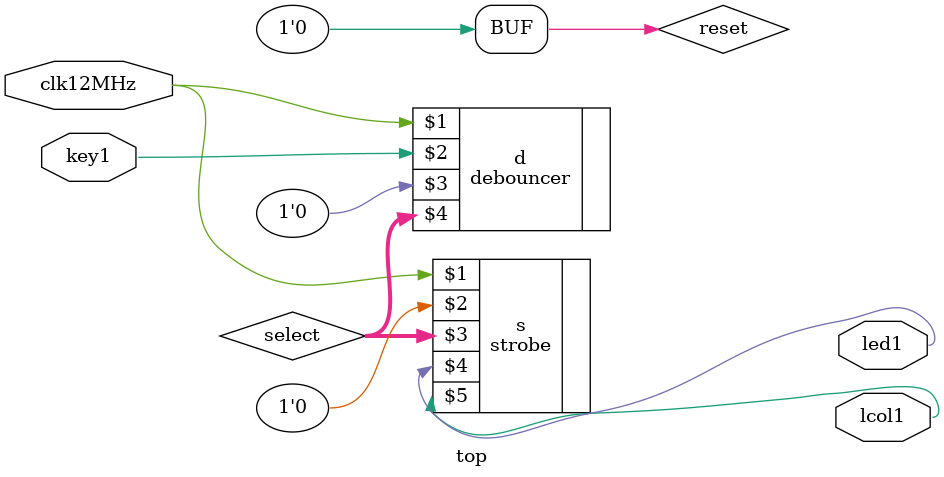
<source format=v>
module top (
    input wire clk12MHz,
    input wire key1,
    output wire led1,
    output wire lcol1
);

    wire [3:0] select;
    wire reset = 0;

    debouncer d (
        clk12MHz,
        key1,
        reset,
        select
    );

    strobe s (
        clk12MHz,
        reset,
        select,
        led1,
        lcol1
    );


endmodule
</source>
